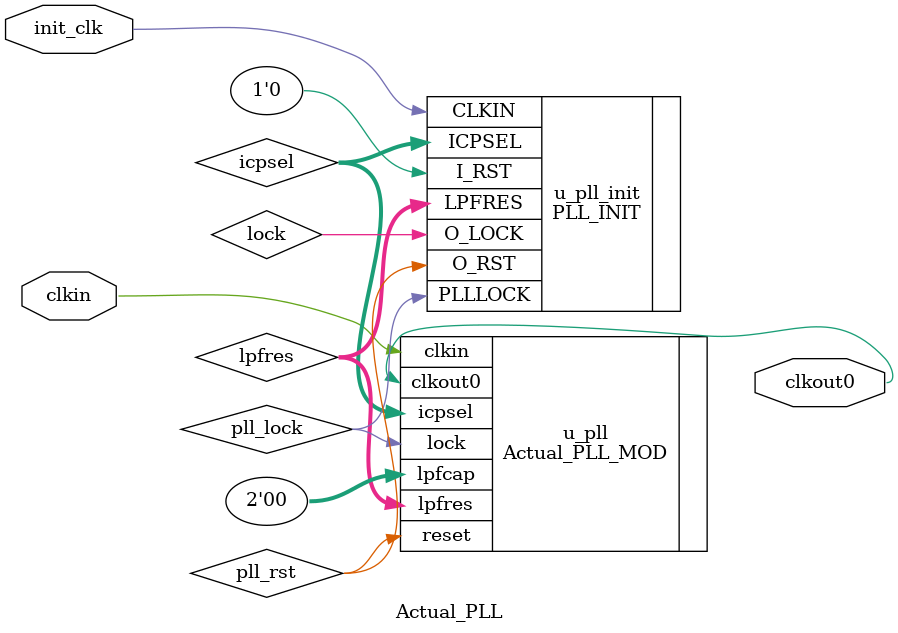
<source format=v>
module Actual_PLL(
    clkin,
    init_clk,
    clkout0
);


input clkin;
input init_clk;
output clkout0;
wire lock;
wire [5:0] icpsel;
wire [2:0] lpfres;
wire pll_lock;
wire pll_rst;


    Actual_PLL_MOD u_pll(
        .clkout0(clkout0),
        .lock(pll_lock),
        .clkin(clkin),
        .reset(pll_rst),
        .icpsel(icpsel),
        .lpfres(lpfres),
        .lpfcap(2'b00)
    );


    PLL_INIT u_pll_init(
        .CLKIN(init_clk),
        .I_RST(1'b0),
        .O_RST(pll_rst),
        .PLLLOCK(pll_lock),
        .O_LOCK(lock),
        .ICPSEL(icpsel),
        .LPFRES(lpfres)
    );
    defparam u_pll_init.CLK_PERIOD = 20;
    defparam u_pll_init.MULTI_FAC = 16;


endmodule

</source>
